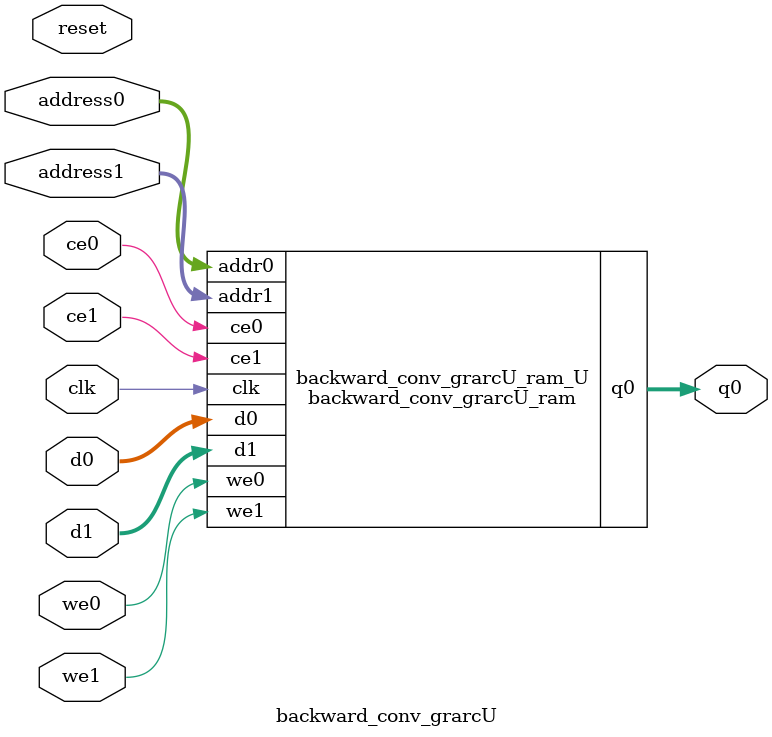
<source format=v>
`timescale 1 ns / 1 ps
module backward_conv_grarcU_ram (addr0, ce0, d0, we0, q0, addr1, ce1, d1, we1,  clk);

parameter DWIDTH = 32;
parameter AWIDTH = 10;
parameter MEM_SIZE = 784;

input[AWIDTH-1:0] addr0;
input ce0;
input[DWIDTH-1:0] d0;
input we0;
output reg[DWIDTH-1:0] q0;
input[AWIDTH-1:0] addr1;
input ce1;
input[DWIDTH-1:0] d1;
input we1;
input clk;

(* ram_style = "block" *)reg [DWIDTH-1:0] ram[0:MEM_SIZE-1];




always @(posedge clk)  
begin 
    if (ce0) 
    begin
        if (we0) 
        begin 
            ram[addr0] <= d0; 
        end 
        q0 <= ram[addr0];
    end
end


always @(posedge clk)  
begin 
    if (ce1) 
    begin
        if (we1) 
        begin 
            ram[addr1] <= d1; 
        end 
    end
end


endmodule

`timescale 1 ns / 1 ps
module backward_conv_grarcU(
    reset,
    clk,
    address0,
    ce0,
    we0,
    d0,
    q0,
    address1,
    ce1,
    we1,
    d1);

parameter DataWidth = 32'd32;
parameter AddressRange = 32'd784;
parameter AddressWidth = 32'd10;
input reset;
input clk;
input[AddressWidth - 1:0] address0;
input ce0;
input we0;
input[DataWidth - 1:0] d0;
output[DataWidth - 1:0] q0;
input[AddressWidth - 1:0] address1;
input ce1;
input we1;
input[DataWidth - 1:0] d1;



backward_conv_grarcU_ram backward_conv_grarcU_ram_U(
    .clk( clk ),
    .addr0( address0 ),
    .ce0( ce0 ),
    .we0( we0 ),
    .d0( d0 ),
    .q0( q0 ),
    .addr1( address1 ),
    .ce1( ce1 ),
    .we1( we1 ),
    .d1( d1 ));

endmodule


</source>
